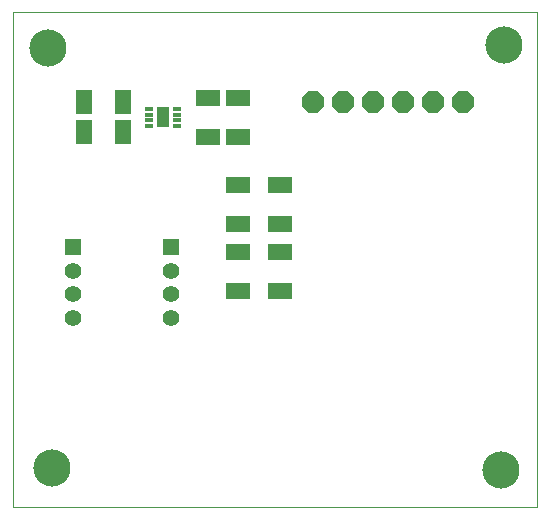
<source format=gts>
G75*
%MOIN*%
%OFA0B0*%
%FSLAX25Y25*%
%IPPOS*%
%LPD*%
%AMOC8*
5,1,8,0,0,1.08239X$1,22.5*
%
%ADD10C,0.00100*%
%ADD11R,0.02565X0.01384*%
%ADD12R,0.04337X0.07093*%
%ADD13OC8,0.07400*%
%ADD14R,0.07900X0.05400*%
%ADD15R,0.05400X0.07900*%
%ADD16R,0.05550X0.05550*%
%ADD17C,0.05550*%
%ADD18C,0.12400*%
D10*
X0001500Y0003000D02*
X0176000Y0003000D01*
X0176000Y0168000D01*
X0001500Y0168000D01*
X0001500Y0003000D01*
D11*
X0046874Y0130047D03*
X0046874Y0132016D03*
X0046874Y0133984D03*
X0046874Y0135953D03*
X0056126Y0135953D03*
X0056126Y0133984D03*
X0056126Y0132016D03*
X0056126Y0130047D03*
D12*
X0051500Y0133000D03*
D13*
X0101500Y0138000D03*
X0111500Y0138000D03*
X0121500Y0138000D03*
X0131500Y0138000D03*
X0141500Y0138000D03*
X0151500Y0138000D03*
D14*
X0090500Y0110500D03*
X0090500Y0097500D03*
X0090500Y0088000D03*
X0090500Y0075000D03*
X0076500Y0075000D03*
X0076500Y0088000D03*
X0076500Y0097500D03*
X0076500Y0110500D03*
X0076500Y0126500D03*
X0066500Y0126500D03*
X0066500Y0139500D03*
X0076500Y0139500D03*
D15*
X0038000Y0138000D03*
X0038000Y0128000D03*
X0025000Y0128000D03*
X0025000Y0138000D03*
D16*
X0021500Y0089811D03*
X0054000Y0089811D03*
D17*
X0054000Y0081937D03*
X0054000Y0074063D03*
X0054000Y0066189D03*
X0021500Y0066189D03*
X0021500Y0074063D03*
X0021500Y0081937D03*
D18*
X0014500Y0016000D03*
X0013000Y0156000D03*
X0165000Y0157000D03*
X0164000Y0015500D03*
M02*

</source>
